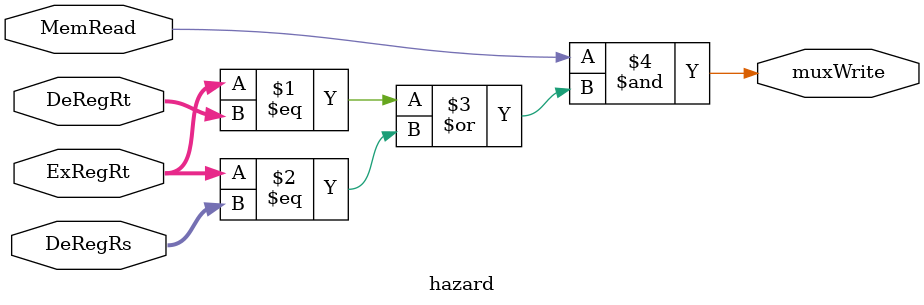
<source format=v>
module hazard(
input MemRead,
input [3:0] ExRegRt,
input [3:0] DeRegRt,
input [3:0] DeRegRs,
output muxWrite
);

//wire [3:0] muxTemp;
//assign muxTemp = {{3{MemRead}}, MemRead} & ((~(ExRegRt ^ DeRegRs)) | (~(ExRegRt ^ DeRegRt)));
//assign muxWrite = ~(muxTemp[3] & muxTemp[2] & muxTemp[1] & muxTemp[0]);
 
assign muxWrite = MemRead & ((ExRegRt == DeRegRt) | (ExRegRt == DeRegRs));

endmodule

</source>
